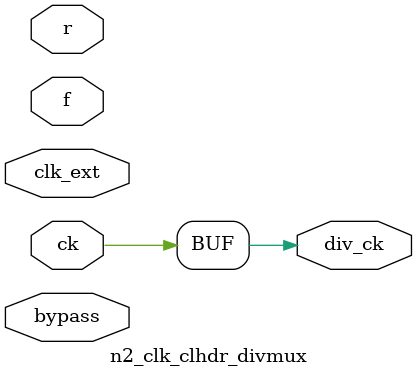
<source format=v>
module n2_clk_clhdr_cust(cpu_divider_bypass ,tcu_pce_ov ,tcu_clk_stop ,
     clk_ext ,div_r ,div_f ,se ,so ,clk_stop ,pce_ov ,wmr_reset ,cclk ,
     tcu_dbg_init ,soclk ,siclk ,si ,gclk ,rst_wmr_reset ,l2clk ,
     dbg_init );
output		so ;
output		clk_stop ;
output		pce_ov ;
output		wmr_reset ;
output		cclk ;
output		dbg_init ;
input		cpu_divider_bypass ;
input		tcu_pce_ov ;
input		tcu_clk_stop ;
input		clk_ext ;
input		div_r ;
input		div_f ;
input		se ;
input		tcu_dbg_init ;
input		soclk ;
input		siclk ;
input		si ;
input		gclk ;
input		rst_wmr_reset ;
input		l2clk ;
 
wire [1:0]	scan ;
wire		gclk_local ;
wire		scanout ;
wire		div_r_local ;
wire		gclk_div ;
wire		aclk ;
wire		wmr ;
wire		net38 ;
wire		stop ;
wire		bclk ;
wire		dbg ;
wire		div_f_local ;
wire		pceov ;
 
 
n2_clk_clhdr_blatch xdivr_blatch (
     .sd              (div_r_local ),
     .so              (net38 ),
     .ck              (gclk_local ),
  .se(se) );
cl_u1_buf_20x xdrvso (
     .out             (so ),
     .in              (scanout ) );
cl_u1_buf_20x xdrvwmr (
     .out             (wmr_reset ),
     .in              (wmr ) );
cl_sc1_l1hdr_4x xgclkhdr (
     .se              (se ),
     .pce             (1'b1 ),
     .pce_ov          (1'b1 ),
     .stop            (stop ),
     .l2clk           (l2clk ),
     .l1clk           (gclk_local ) );
cl_u1_buf_20x xdrvdbg (
     .out             (dbg_init ),
     .in              (dbg ) );
cl_u1_buf_8x xaclk (
     .out             (aclk ),
     .in              (siclk ) );
cl_dp1_msff_4x xdivf (
     .q               (div_f_local ),
     .so              (scan[1] ),
     .soclk           (bclk ),
     .siclk           (aclk ),
     .si              (scan[0] ),
     .l1clk           (gclk_local ),
     .d               (div_f ) );
n2_clk_clhdr_sync xsync (
     .se              (se ),
     .g_clk_stop      (tcu_clk_stop ),
     .g_pce_ov        (tcu_pce_ov ),
     .g_dbg_init      (tcu_dbg_init ),
     .g_wmr_reset     (rst_wmr_reset ),
     .wmr_reset       (wmr ),
     .dbg_init        (dbg ),
     .so              (scanout ),
     .si              (scan[1] ),
     .siclk           (aclk ),
     .soclk           (bclk ),
     .gclk            (gclk_local ),
     .pce_ov          (pceov ),
     .clk_stop        (stop ),
     .l2clk           (l2clk ) );
cl_u1_buf_20x xdrvstop (
     .out             (clk_stop ),
     .in              (stop ) );
cl_dp1_msff_4x xdivr (
     .q               (div_r_local ),
     .so              (scan[0] ),
     .soclk           (bclk ),
     .siclk           (aclk ),
     .si              (si ),
     .l1clk           (gclk_local ),
     .d               (div_r ) );
cl_u1_buf_8x xbclk (
     .out             (bclk ),
     .in              (soclk ) );
cl_u1_buf_20x xdrvpce (
     .out             (pce_ov ),
     .in              (pceov ) );
n2_clk_clhdr_divmux x1 (
     .bypass          (cpu_divider_bypass ),
     .f               (div_f_local ),
     .r               (net38 ),
     .ck              (gclk ),
     .div_ck          (cclk ),
     .clk_ext         (clk_ext ) );
endmodule




module n2_clk_clhdr_blatch (so, sd, ck, se);
output so;
input sd, ck, se;

reg so_l;

    assign so = ~so_l;
    always @ ( ck or sd )
       if (~ck) so_l <= ~(sd & se) ;

endmodule





module n2_clk_clhdr_sync(se ,g_clk_stop ,g_pce_ov ,g_dbg_init ,
     g_wmr_reset ,wmr_reset ,dbg_init ,so ,si ,siclk ,soclk ,gclk ,
     pce_ov ,clk_stop ,l2clk );
output		wmr_reset ;
output		dbg_init ;
output		so ;
output		pce_ov ;
output		clk_stop ;
input		se ;
input		g_clk_stop ;
input		g_pce_ov ;
input		g_dbg_init ;
input		g_wmr_reset ;
input		si ;
input		siclk ;
input		soclk ;
input		gclk ;
input		l2clk ;
 
wire		net70 ;
wire		scan_wmr ;
wire		scan_pceov ;
wire		scan_stop_l ;
wire		net91 ;
wire		scan_pceov_l ;
wire		scan_dbg ;
wire		net42 ;
wire		l1clk ;
wire		net56 ;
wire		scan_wmr_l ;
wire		scan_stop ;
 
 
cl_sc1_l1hdr_8x x5 (
     .se              (se ),
     .l1clk           (l1clk ),
     .l2clk           (l2clk ),
     .stop            (clk_stop ),
     .pce_ov          (1'b1 ),
     .pce             (1'b1 ) );
cl_dp1_msff_4x xstop_g (
     .q               (net42 ),
     .so              (scan_stop ),
     .soclk           (soclk ),
     .siclk           (siclk ),
     .si              (si ),
     .l1clk           (gclk ),
     .d               (g_clk_stop ) );
cl_dp1_msff_4x xstop_l (
     .q               (clk_stop ),
     .so              (scan_stop_l ),
     .soclk           (soclk ),
     .siclk           (siclk ),
     .si              (scan_stop ),
     .l1clk           (l1clk ),
     .d               (net42 ) );
cl_dp1_msff_4x xdbg_g (
     .q               (net70 ),
     .so              (scan_dbg ),
     .soclk           (soclk ),
     .siclk           (siclk ),
     .si              (scan_wmr_l ),
     .l1clk           (gclk ),
     .d               (g_dbg_init ) );
cl_dp1_msff_4x xdbg_l (
     .q               (dbg_init ),
     .so              (so ),
     .soclk           (soclk ),
     .siclk           (siclk ),
     .si              (scan_dbg ),
     .l1clk           (l1clk ),
     .d               (net70 ) );
cl_dp1_msff_4x xpceov_g (
     .q               (net91 ),
     .so              (scan_pceov ),
     .soclk           (soclk ),
     .siclk           (siclk ),
     .si              (scan_stop_l ),
     .l1clk           (gclk ),
     .d               (g_pce_ov ) );
cl_dp1_msff_4x xpceov_l (
     .q               (pce_ov ),
     .so              (scan_pceov_l ),
     .soclk           (soclk ),
     .siclk           (siclk ),
     .si              (scan_pceov ),
     .l1clk           (l1clk ),
     .d               (net91 ) );
cl_dp1_msff_4x xwmr_g (
     .q               (net56 ),
     .so              (scan_wmr ),
     .soclk           (soclk ),
     .siclk           (siclk ),
     .si              (scan_pceov_l ),
     .l1clk           (gclk ),
     .d               (g_wmr_reset ) );
cl_dp1_msff_4x xwmr_l (
     .q               (wmr_reset ),
     .so              (scan_wmr_l ),
     .soclk           (soclk ),
     .siclk           (siclk ),
     .si              (scan_wmr ),
     .l1clk           (l1clk ),
     .d               (net56 ) );
endmodule




module n2_clk_clhdr_divmux(div_ck ,r ,f ,clk_ext ,ck ,bypass );
output		div_ck ;
input		r ;
input		f ;
input		clk_ext ;
input		ck ;
input		bypass ;
 

assign div_ck = ck ;

endmodule



</source>
